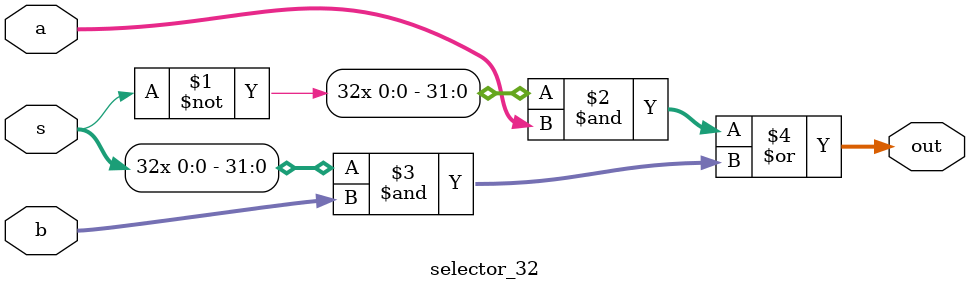
<source format=v>
`timescale 1ns / 1ps


module selector_32(
input [31:0]a ,
input [31:0] b,
input s,
output [31:0] out
);

assign out = ({32{~s}}&a) | 
               ({32{s}}&b) ;
endmodule

</source>
